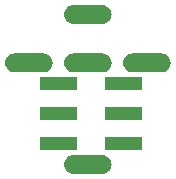
<source format=gts>
G04 (created by PCBNEW (2013-jul-07)-stable) date Fri 20 Feb 2015 12:40:47 AM EST*
%MOIN*%
G04 Gerber Fmt 3.4, Leading zero omitted, Abs format*
%FSLAX34Y34*%
G01*
G70*
G90*
G04 APERTURE LIST*
%ADD10C,0.00590551*%
G04 APERTURE END LIST*
G54D10*
G36*
X38193Y-18801D02*
X38186Y-18862D01*
X38168Y-18921D01*
X38139Y-18975D01*
X38100Y-19022D01*
X38052Y-19061D01*
X37998Y-19090D01*
X37939Y-19108D01*
X37875Y-19114D01*
X36927Y-19114D01*
X36922Y-19114D01*
X36920Y-19114D01*
X36920Y-19114D01*
X36859Y-19107D01*
X36859Y-19107D01*
X36859Y-19107D01*
X36801Y-19089D01*
X36747Y-19059D01*
X36700Y-19019D01*
X36661Y-18971D01*
X36632Y-18917D01*
X36615Y-18858D01*
X36610Y-18797D01*
X36616Y-18735D01*
X36634Y-18677D01*
X36663Y-18622D01*
X36703Y-18575D01*
X36750Y-18536D01*
X36805Y-18507D01*
X36864Y-18489D01*
X36927Y-18483D01*
X37875Y-18483D01*
X37880Y-18483D01*
X37882Y-18483D01*
X37882Y-18483D01*
X37943Y-18490D01*
X37943Y-18490D01*
X37943Y-18490D01*
X38001Y-18509D01*
X38056Y-18539D01*
X38103Y-18578D01*
X38141Y-18626D01*
X38170Y-18681D01*
X38187Y-18740D01*
X38193Y-18801D01*
X38193Y-18801D01*
G37*
G36*
X39005Y-19700D02*
X37774Y-19700D01*
X37774Y-19279D01*
X39005Y-19279D01*
X39005Y-19700D01*
X39005Y-19700D01*
G37*
G36*
X39005Y-20700D02*
X37774Y-20700D01*
X37774Y-20279D01*
X39005Y-20279D01*
X39005Y-20700D01*
X39005Y-20700D01*
G37*
G36*
X39005Y-21700D02*
X37774Y-21700D01*
X37774Y-21279D01*
X39005Y-21279D01*
X39005Y-21700D01*
X39005Y-21700D01*
G37*
G36*
X40161Y-17187D02*
X40155Y-17248D01*
X40137Y-17307D01*
X40107Y-17361D01*
X40068Y-17408D01*
X40020Y-17447D01*
X39966Y-17476D01*
X39907Y-17494D01*
X39844Y-17500D01*
X38895Y-17500D01*
X38891Y-17500D01*
X38889Y-17500D01*
X38889Y-17500D01*
X38828Y-17493D01*
X38828Y-17493D01*
X38828Y-17493D01*
X38769Y-17474D01*
X38715Y-17445D01*
X38668Y-17405D01*
X38629Y-17357D01*
X38601Y-17303D01*
X38584Y-17244D01*
X38578Y-17182D01*
X38584Y-17121D01*
X38603Y-17062D01*
X38632Y-17008D01*
X38671Y-16961D01*
X38719Y-16922D01*
X38773Y-16893D01*
X38832Y-16875D01*
X38895Y-16869D01*
X39844Y-16869D01*
X39848Y-16869D01*
X39850Y-16869D01*
X39850Y-16869D01*
X39911Y-16876D01*
X39911Y-16876D01*
X39912Y-16876D01*
X39970Y-16895D01*
X40024Y-16924D01*
X40071Y-16964D01*
X40110Y-17012D01*
X40138Y-17066D01*
X40156Y-17126D01*
X40161Y-17187D01*
X40161Y-17187D01*
G37*
G36*
X40161Y-18801D02*
X40155Y-18862D01*
X40137Y-18921D01*
X40107Y-18975D01*
X40068Y-19022D01*
X40020Y-19061D01*
X39966Y-19090D01*
X39907Y-19108D01*
X39844Y-19114D01*
X38895Y-19114D01*
X38891Y-19114D01*
X38889Y-19114D01*
X38889Y-19114D01*
X38828Y-19107D01*
X38828Y-19107D01*
X38828Y-19107D01*
X38769Y-19089D01*
X38715Y-19059D01*
X38668Y-19019D01*
X38629Y-18971D01*
X38601Y-18917D01*
X38584Y-18858D01*
X38578Y-18797D01*
X38584Y-18735D01*
X38603Y-18677D01*
X38632Y-18622D01*
X38671Y-18575D01*
X38719Y-18536D01*
X38773Y-18507D01*
X38832Y-18489D01*
X38895Y-18483D01*
X39844Y-18483D01*
X39848Y-18483D01*
X39850Y-18483D01*
X39850Y-18483D01*
X39911Y-18490D01*
X39911Y-18490D01*
X39912Y-18490D01*
X39970Y-18509D01*
X40024Y-18539D01*
X40071Y-18578D01*
X40110Y-18626D01*
X40138Y-18681D01*
X40156Y-18740D01*
X40161Y-18801D01*
X40161Y-18801D01*
G37*
G36*
X40161Y-22187D02*
X40155Y-22248D01*
X40137Y-22307D01*
X40107Y-22361D01*
X40068Y-22408D01*
X40020Y-22447D01*
X39966Y-22476D01*
X39907Y-22494D01*
X39844Y-22500D01*
X38895Y-22500D01*
X38891Y-22500D01*
X38889Y-22500D01*
X38889Y-22500D01*
X38828Y-22493D01*
X38828Y-22493D01*
X38828Y-22493D01*
X38769Y-22474D01*
X38715Y-22445D01*
X38668Y-22405D01*
X38629Y-22357D01*
X38601Y-22303D01*
X38584Y-22244D01*
X38578Y-22182D01*
X38584Y-22121D01*
X38603Y-22062D01*
X38632Y-22008D01*
X38671Y-21961D01*
X38719Y-21922D01*
X38773Y-21893D01*
X38832Y-21875D01*
X38895Y-21869D01*
X39844Y-21869D01*
X39848Y-21869D01*
X39850Y-21869D01*
X39850Y-21869D01*
X39911Y-21876D01*
X39911Y-21876D01*
X39912Y-21876D01*
X39970Y-21895D01*
X40024Y-21924D01*
X40071Y-21964D01*
X40110Y-22012D01*
X40138Y-22066D01*
X40156Y-22126D01*
X40161Y-22187D01*
X40161Y-22187D01*
G37*
G36*
X41185Y-19700D02*
X39954Y-19700D01*
X39954Y-19279D01*
X41185Y-19279D01*
X41185Y-19700D01*
X41185Y-19700D01*
G37*
G36*
X41185Y-20700D02*
X39954Y-20700D01*
X39954Y-20279D01*
X41185Y-20279D01*
X41185Y-20700D01*
X41185Y-20700D01*
G37*
G36*
X41185Y-21700D02*
X39954Y-21700D01*
X39954Y-21279D01*
X41185Y-21279D01*
X41185Y-21700D01*
X41185Y-21700D01*
G37*
G36*
X42130Y-18801D02*
X42123Y-18862D01*
X42105Y-18921D01*
X42076Y-18975D01*
X42037Y-19022D01*
X41989Y-19061D01*
X41935Y-19090D01*
X41876Y-19108D01*
X41812Y-19114D01*
X40864Y-19114D01*
X40859Y-19114D01*
X40857Y-19114D01*
X40857Y-19114D01*
X40796Y-19107D01*
X40796Y-19107D01*
X40796Y-19107D01*
X40738Y-19089D01*
X40684Y-19059D01*
X40637Y-19019D01*
X40598Y-18971D01*
X40569Y-18917D01*
X40552Y-18858D01*
X40547Y-18797D01*
X40553Y-18735D01*
X40571Y-18677D01*
X40600Y-18622D01*
X40640Y-18575D01*
X40687Y-18536D01*
X40742Y-18507D01*
X40801Y-18489D01*
X40864Y-18483D01*
X41812Y-18483D01*
X41817Y-18483D01*
X41819Y-18483D01*
X41819Y-18483D01*
X41880Y-18490D01*
X41880Y-18490D01*
X41880Y-18490D01*
X41938Y-18509D01*
X41993Y-18539D01*
X42040Y-18578D01*
X42078Y-18626D01*
X42107Y-18681D01*
X42124Y-18740D01*
X42130Y-18801D01*
X42130Y-18801D01*
G37*
M02*

</source>
